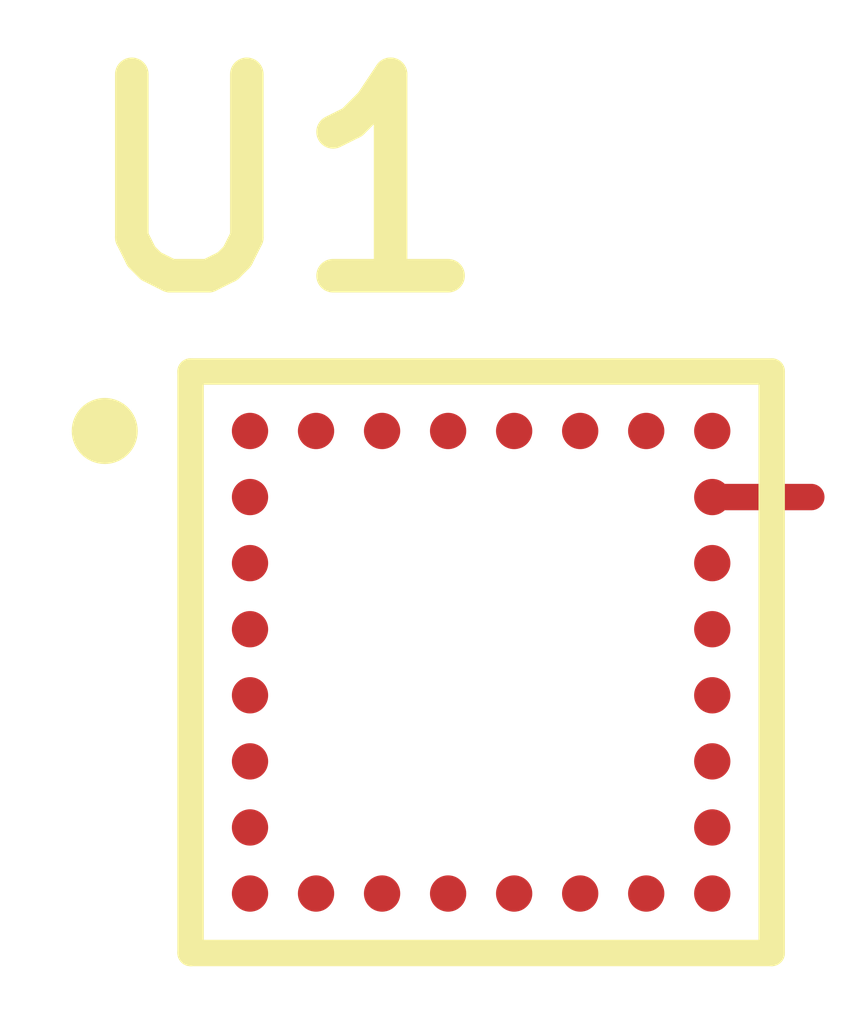
<source format=kicad_pcb>
(kicad_pcb (version 20240108) (generator "pcbnew") (generator_version "8.0")
  (layers (0 "F.Cu" signal) (31 "B.Cu" signal) (34 "B.Paste" user) (35 "F.Paste" user) (36 "B.SilkS" user "B.Silkscreen") (37 "F.SilkS" user "F.Silkscreen") (38 "B.Mask" user) (39 "F.Mask" user) (44 "Edge.Cuts" user))
  (net 0 "")
  (net 19 "unconnected-(U1-VSS-PadB8)")
  (footprint "footprints:BGA28N50P8X8_405X405X90-V" (layer "F.Cu") (at 99 83.25)
    (property "Reference" "U1" (at -3.175 -2.725 0) (layer "F.SilkS") (effects (font (size 1.524 1.524) (thickness 0.254)) (justify left bottom)))
    (property "Value" "BGT60UTR11AIP" (hide yes))
    (fp_line (start -2.2 -2.2) (end 2.2 -2.2) (stroke (width 0.2)) (layer "F.SilkS"))
    (fp_line (start -2.2 2.2) (end -2.2 -2.2) (stroke (width 0.2)) (layer "F.SilkS"))
    (fp_line (start -2.2 2.2) (end 2.2 2.2) (stroke (width 0.2)) (layer "F.SilkS"))
    (fp_line (start 2.2 2.2) (end 2.2 -2.2) (stroke (width 0.2)) (layer "F.SilkS"))
    (fp_circle (center -2.85 -1.75) (end -2.85 -1.875) (stroke (width 0.25)) (fill none) (layer "F.SilkS"))
    (pad "A1" smd circle (at -1.75 -1.75) (size 0.275 0.275) (layers "F.Cu" "F.Paste" "F.Mask"))
    (pad "A2" smd circle (at -1.25 -1.75) (size 0.275 0.275) (layers "F.Cu" "F.Paste" "F.Mask"))
    (pad "A3" smd circle (at -0.75 -1.75) (size 0.275 0.275) (layers "F.Cu" "F.Paste" "F.Mask"))
    (pad "A4" smd circle (at -0.25 -1.75) (size 0.275 0.275) (layers "F.Cu" "F.Paste" "F.Mask"))
    (pad "A5" smd circle (at 0.25 -1.75) (size 0.275 0.275) (layers "F.Cu" "F.Paste" "F.Mask"))
    (pad "A6" smd circle (at 0.75 -1.75) (size 0.275 0.275) (layers "F.Cu" "F.Paste" "F.Mask"))
    (pad "A7" smd circle (at 1.25 -1.75) (size 0.275 0.275) (layers "F.Cu" "F.Paste" "F.Mask"))
    (pad "A8" smd circle (at 1.75 -1.75) (size 0.275 0.275) (layers "F.Cu" "F.Paste" "F.Mask"))
    (pad "B1" smd circle (at -1.75 -1.25) (size 0.275 0.275) (layers "F.Cu" "F.Paste" "F.Mask"))
    (pad "B8" smd circle (at 1.75 -1.25) (size 0.275 0.275) (layers "F.Cu" "F.Paste" "F.Mask") (net 19 "unconnected-(U1-VSS-PadB8)"))
    (pad "C1" smd circle (at -1.75 -0.75) (size 0.275 0.275) (layers "F.Cu" "F.Paste" "F.Mask"))
    (pad "C8" smd circle (at 1.75 -0.75) (size 0.275 0.275) (layers "F.Cu" "F.Paste" "F.Mask"))
    (pad "D1" smd circle (at -1.75 -0.25) (size 0.275 0.275) (layers "F.Cu" "F.Paste" "F.Mask"))
    (pad "D8" smd circle (at 1.75 -0.25) (size 0.275 0.275) (layers "F.Cu" "F.Paste" "F.Mask"))
    (pad "E1" smd circle (at -1.75 0.25) (size 0.275 0.275) (layers "F.Cu" "F.Paste" "F.Mask"))
    (pad "E8" smd circle (at 1.75 0.25) (size 0.275 0.275) (layers "F.Cu" "F.Paste" "F.Mask"))
    (pad "F1" smd circle (at -1.75 0.75) (size 0.275 0.275) (layers "F.Cu" "F.Paste" "F.Mask"))
    (pad "F8" smd circle (at 1.75 0.75) (size 0.275 0.275) (layers "F.Cu" "F.Paste" "F.Mask"))
    (pad "G1" smd circle (at -1.75 1.25) (size 0.275 0.275) (layers "F.Cu" "F.Paste" "F.Mask"))
    (pad "G8" smd circle (at 1.75 1.25) (size 0.275 0.275) (layers "F.Cu" "F.Paste" "F.Mask"))
    (pad "H1" smd circle (at -1.75 1.75) (size 0.275 0.275) (layers "F.Cu" "F.Paste" "F.Mask"))
    (pad "H2" smd circle (at -1.25 1.75) (size 0.275 0.275) (layers "F.Cu" "F.Paste" "F.Mask"))
    (pad "H3" smd circle (at -0.75 1.75) (size 0.275 0.275) (layers "F.Cu" "F.Paste" "F.Mask"))
    (pad "H4" smd circle (at -0.25 1.75) (size 0.275 0.275) (layers "F.Cu" "F.Paste" "F.Mask"))
    (pad "H5" smd circle (at 0.25 1.75) (size 0.275 0.275) (layers "F.Cu" "F.Paste" "F.Mask"))
    (pad "H6" smd circle (at 0.75 1.75) (size 0.275 0.275) (layers "F.Cu" "F.Paste" "F.Mask"))
    (pad "H7" smd circle (at 1.25 1.75) (size 0.275 0.275) (layers "F.Cu" "F.Paste" "F.Mask"))
    (pad "H8" smd circle (at 1.75 1.75) (size 0.275 0.275) (layers "F.Cu" "F.Paste" "F.Mask"))
  )
  (segment (start 100.75 82) (end 101.5 82) (width 0.2) (layer "F.Cu") (net 19))
)
</source>
